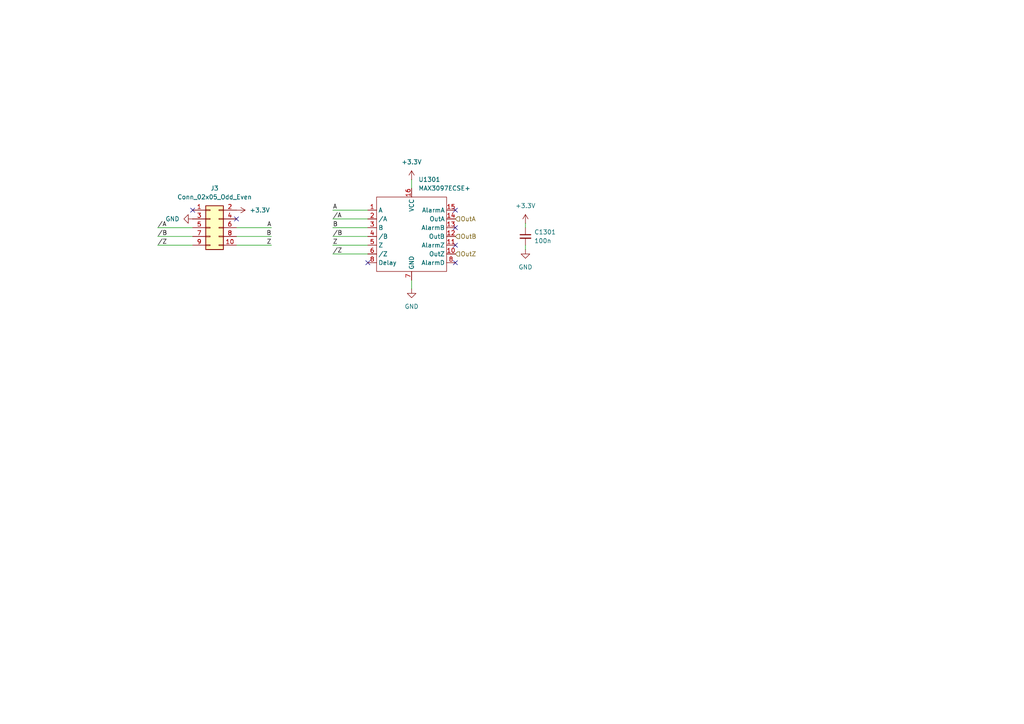
<source format=kicad_sch>
(kicad_sch (version 20231120) (generator "eeschema") (generator_version "8.0")
  (paper "A4")
  (lib_symbols
    (symbol "Connector_Generic:Conn_02x05_Odd_Even" (pin_names (offset 1.016) hide)
      (property "Reference" "J" (at 1.27 7.62 0))
      (property "Value" "Conn_02x05_Odd_Even" (at 1.27 -7.62 0))
      (symbol "Conn_02x05_Odd_Even_1_1"
        (rectangle (start -1.27 -4.953) (end 0 -5.207) (stroke (width 0.1524)))
        (rectangle (start -1.27 -2.413) (end 0 -2.667) (stroke (width 0.1524)))
        (rectangle (start -1.27 0.127) (end 0 -0.127) (stroke (width 0.1524)))
        (rectangle (start -1.27 2.667) (end 0 2.413) (stroke (width 0.1524)))
        (rectangle (start -1.27 5.207) (end 0 4.953) (stroke (width 0.1524)))
        (rectangle (start -1.27 6.35) (end 3.81 -6.35) (stroke (width 0.254)) (fill (type background)))
        (rectangle (start 3.81 -4.953) (end 2.54 -5.207) (stroke (width 0.1524)))
        (rectangle (start 3.81 -2.413) (end 2.54 -2.667) (stroke (width 0.1524)))
        (rectangle (start 3.81 0.127) (end 2.54 -0.127) (stroke (width 0.1524)))
        (rectangle (start 3.81 2.667) (end 2.54 2.413) (stroke (width 0.1524)))
        (rectangle (start 3.81 5.207) (end 2.54 4.953) (stroke (width 0.1524)))
        (pin passive line (at -5.08 5.08 0) (length 3.81) (name "Pin_1") (number "1"))
        (pin passive line (at 7.62 -5.08 180) (length 3.81) (name "Pin_10") (number "10"))
        (pin passive line (at 7.62 5.08 180) (length 3.81) (name "Pin_2") (number "2"))
        (pin passive line (at -5.08 2.54 0) (length 3.81) (name "Pin_3") (number "3"))
        (pin passive line (at 7.62 2.54 180) (length 3.81) (name "Pin_4") (number "4"))
        (pin passive line (at -5.08 0 0) (length 3.81) (name "Pin_5") (number "5"))
        (pin passive line (at 7.62 0 180) (length 3.81) (name "Pin_6") (number "6"))
        (pin passive line (at -5.08 -2.54 0) (length 3.81) (name "Pin_7") (number "7"))
        (pin passive line (at 7.62 -2.54 180) (length 3.81) (name "Pin_8") (number "8"))
        (pin passive line (at -5.08 -5.08 0) (length 3.81) (name "Pin_9") (number "9"))
      )
    )
    (symbol "Custom:MAX3097ECSE+"
      (property "Reference" "U" (at -8.89 12.7 0))
      (property "Value" "MAX3097ECSE+" (at 8.89 12.7 0))
      (symbol "MAX3097ECSE+_0_1"
        (rectangle (start -10.16 11.43) (end 10.16 -10.16))
      )
      (symbol "MAX3097ECSE+_1_1"
        (pin input line (at -12.7 7.62 0) (length 2.54) (name "A") (number "1"))
        (pin output line (at 12.7 -5.08 180) (length 2.54) (name "OutZ") (number "10"))
        (pin output line (at 12.7 -2.54 180) (length 2.54) (name "AlarmZ") (number "11"))
        (pin output line (at 12.7 0 180) (length 2.54) (name "OutB") (number "12"))
        (pin output line (at 12.7 2.54 180) (length 2.54) (name "AlarmB") (number "13"))
        (pin output line (at 12.7 5.08 180) (length 2.54) (name "OutA") (number "14"))
        (pin output line (at 12.7 7.62 180) (length 2.54) (name "AlarmA") (number "15"))
        (pin power_in line (at 0 13.97 270) (length 2.54) (name "VCC") (number "16"))
        (pin input line (at -12.7 5.08 0) (length 2.54) (name "/A") (number "2"))
        (pin input line (at -12.7 2.54 0) (length 2.54) (name "B") (number "3"))
        (pin input line (at -12.7 0 0) (length 2.54) (name "/B") (number "4"))
        (pin input line (at -12.7 -2.54 0) (length 2.54) (name "Z") (number "5"))
        (pin input line (at -12.7 -5.08 0) (length 2.54) (name "/Z") (number "6"))
        (pin power_in line (at 0 -12.7 90) (length 2.54) (name "GND") (number "7"))
        (pin output line (at 12.7 -7.62 180) (length 2.54) (name "AlarmD") (number "8"))
        (pin input line (at -12.7 -7.62 0) (length 2.54) (name "Delay") (number "8"))
      )
    )
    (symbol "Device:C_Small" (pin_numbers hide) (pin_names (offset 0.254) hide)
      (property "Reference" "C" (at 0.254 1.778 0))
      (property "Value" "C_Small" (at 0.254 -2.032 0))
      (symbol "C_Small_0_1"
        (polyline (pts (xy -1.524 -0.508) (xy 1.524 -0.508)) (stroke (width 0.3302)))
        (polyline (pts (xy -1.524 0.508) (xy 1.524 0.508)) (stroke (width 0.3048)))
      )
      (symbol "C_Small_1_1"
        (pin passive line (at 0 2.54 270) (length 2.032) (name "~") (number "1"))
        (pin passive line (at 0 -2.54 90) (length 2.032) (name "~") (number "2"))
      )
    )
    (symbol "power:+3.3V" (power) (pin_numbers hide) (pin_names (offset 0) hide)
      (property "Value" "+3.3V" (at 0 3.556 0))
      (symbol "+3.3V_0_1"
        (polyline (pts (xy -0.762 1.27) (xy 0 2.54)))
        (polyline (pts (xy 0 0) (xy 0 2.54)))
        (polyline (pts (xy 0 2.54) (xy 0.762 1.27)))
      )
      (symbol "+3.3V_1_1"
        (pin power_in line (at 0 0 90) (length 0) (name "~") (number "1"))
      )
    )
    (symbol "power:GND" (power) (pin_numbers hide) (pin_names (offset 0) hide)
      (property "Value" "GND" (at 0 -3.81 0))
      (symbol "GND_0_1"
        (polyline (pts (xy 0 0) (xy 0 -1.27) (xy 1.27 -1.27) (xy 0 -2.54) (xy -1.27 -1.27) (xy 0 -1.27)))
      )
      (symbol "GND_1_1"
        (pin power_in line (at 0 0 270) (length 0) (name "~") (number "1"))
      )
    )
  )
  (no_connect (at 132.08 60.96))
  (no_connect (at 106.68 76.2))
  (no_connect (at 68.58 63.5))
  (no_connect (at 132.08 66.04))
  (no_connect (at 55.88 60.96))
  (no_connect (at 132.08 71.12))
  (no_connect (at 132.08 76.2))
  (wire (pts (xy 96.52 68.58) (xy 106.68 68.58)))
  (wire (pts (xy 55.88 68.58) (xy 45.72 68.58)))
  (wire (pts (xy 152.4 71.12) (xy 152.4 72.39)))
  (wire (pts (xy 68.58 68.58) (xy 78.74 68.58)))
  (wire (pts (xy 119.38 81.28) (xy 119.38 83.82)))
  (wire (pts (xy 68.58 71.12) (xy 78.74 71.12)))
  (wire (pts (xy 96.52 71.12) (xy 106.68 71.12)))
  (wire (pts (xy 152.4 64.77) (xy 152.4 66.04)))
  (wire (pts (xy 96.52 66.04) (xy 106.68 66.04)))
  (wire (pts (xy 55.88 71.12) (xy 45.72 71.12)))
  (wire (pts (xy 68.58 66.04) (xy 78.74 66.04)))
  (wire (pts (xy 55.88 66.04) (xy 45.72 66.04)))
  (wire (pts (xy 96.52 73.66) (xy 106.68 73.66)))
  (wire (pts (xy 119.38 52.07) (xy 119.38 54.61)))
  (wire (pts (xy 96.52 60.96) (xy 106.68 60.96)))
  (wire (pts (xy 96.52 63.5) (xy 106.68 63.5)))
  (label "{slash}Z" (at 45.72 71.12 0))
  (label "A" (at 78.74 66.04 180))
  (label "{slash}A" (at 96.52 63.5 0))
  (label "B" (at 78.74 68.58 180))
  (label "A" (at 96.52 60.96 0))
  (label "Z" (at 96.52 71.12 0))
  (label "{slash}B" (at 45.72 68.58 0))
  (label "B" (at 96.52 66.04 0))
  (label "Z" (at 78.74 71.12 180))
  (label "{slash}Z" (at 96.52 73.66 0))
  (label "{slash}B" (at 96.52 68.58 0))
  (label "{slash}A" (at 45.72 66.04 0))
  (hierarchical_label "OutB" (shape input) (at 132.08 68.58 0))
  (hierarchical_label "OutA" (shape input) (at 132.08 63.5 0))
  (hierarchical_label "OutZ" (shape input) (at 132.08 73.66 0))
  (symbol (lib_id "Device:C_Small") (at 152.4 68.58 0) (unit 1)
    (property "Reference" "C1301" (at 154.94 67.3163 0) (effects (justify left)))
    (property "Value" "100n" (at 154.94 69.8563 0) (effects (justify left)))
    (property "Footprint" "Capacitor_SMD:C_0402_1005Metric" (effects (hide yes)))
    (property "Fournisseur" "Wurth" (effects (hide yes)))
    (property "MFR" "885 012 105 018" (effects (hide yes)))
  )
  (symbol (lib_id "Connector_Generic:Conn_02x05_Odd_Even") (at 60.96 66.04 0) (unit 1)
    (property "Reference" "J3" (at 62.23 54.61 0))
    (property "Value" "Conn_02x05_Odd_Even" (at 62.23 57.15 0))
    (property "Description" "Generic connector, double row, 02x05, odd/even pin numbering scheme (row 1 odd numbers, row 2 even numbers), script generated (kicad-library-utils/schlib/autogen/connector/)" (effects (hide yes)))
  )
  (symbol (lib_id "power:+3.3V") (at 119.38 52.07 0) (unit 1)
    (property "Reference" "#PWR021" (effects (hide yes)))
    (property "Value" "+3.3V" (at 119.38 46.99 0))
    (property "Description" "Power symbol creates a global label with name \"+3.3V\"" (effects (hide yes)))
  )
  (symbol (lib_id "power:GND") (at 152.4 72.39 0) (unit 1)
    (property "Reference" "#PWR024" (effects (hide yes)))
    (property "Value" "GND" (at 152.4 77.47 0))
    (property "Description" "Power symbol creates a global label with name \"GND\" , ground" (effects (hide yes)))
  )
  (symbol (lib_id "power:GND") (at 119.38 83.82 0) (unit 1)
    (property "Reference" "#PWR022" (effects (hide yes)))
    (property "Value" "GND" (at 119.38 88.9 0))
    (property "Description" "Power symbol creates a global label with name \"GND\" , ground" (effects (hide yes)))
  )
  (symbol (lib_id "power:GND") (at 55.88 63.5 270) (unit 1)
    (property "Reference" "#PWR025" (effects (hide yes)))
    (property "Value" "GND" (at 52.07 63.4999 90) (effects (justify right)))
    (property "Description" "Power symbol creates a global label with name \"GND\" , ground" (effects (hide yes)))
  )
  (symbol (lib_id "power:+3.3V") (at 68.58 60.96 270) (unit 1)
    (property "Reference" "#PWR026" (effects (hide yes)))
    (property "Value" "+3.3V" (at 72.39 60.9599 90) (effects (justify left)))
    (property "Description" "Power symbol creates a global label with name \"+3.3V\"" (effects (hide yes)))
  )
  (symbol (lib_id "Custom:MAX3097ECSE+") (at 119.38 68.58 0) (unit 1)
    (property "Reference" "U1301" (at 121.3359 52.07 0) (effects (justify left)))
    (property "Value" "MAX3097ECSE+" (at 121.3359 54.61 0) (effects (justify left)))
    (property "Footprint" "Package_SO:SOIC-16_3.9x9.9mm_P1.27mm" (effects (hide yes)))
    (property "Datasheet" "https://www.mouser.fr/datasheet/2/609/MAX3097E_MAX3098E-3128450.pdf" (effects (hide yes)))
    (property "Fournisseur" "Farnell" (effects (hide yes)))
    (property "MFR" "MAX3097ECSE+" (effects (hide yes)))
    (property "Ref" "2518786" (effects (hide yes)))
  )
  (symbol (lib_id "power:+3.3V") (at 152.4 64.77 0) (unit 1)
    (property "Reference" "#PWR023" (effects (hide yes)))
    (property "Value" "+3.3V" (at 152.4 59.69 0))
    (property "Description" "Power symbol creates a global label with name \"+3.3V\"" (effects (hide yes)))
  )
)
</source>
